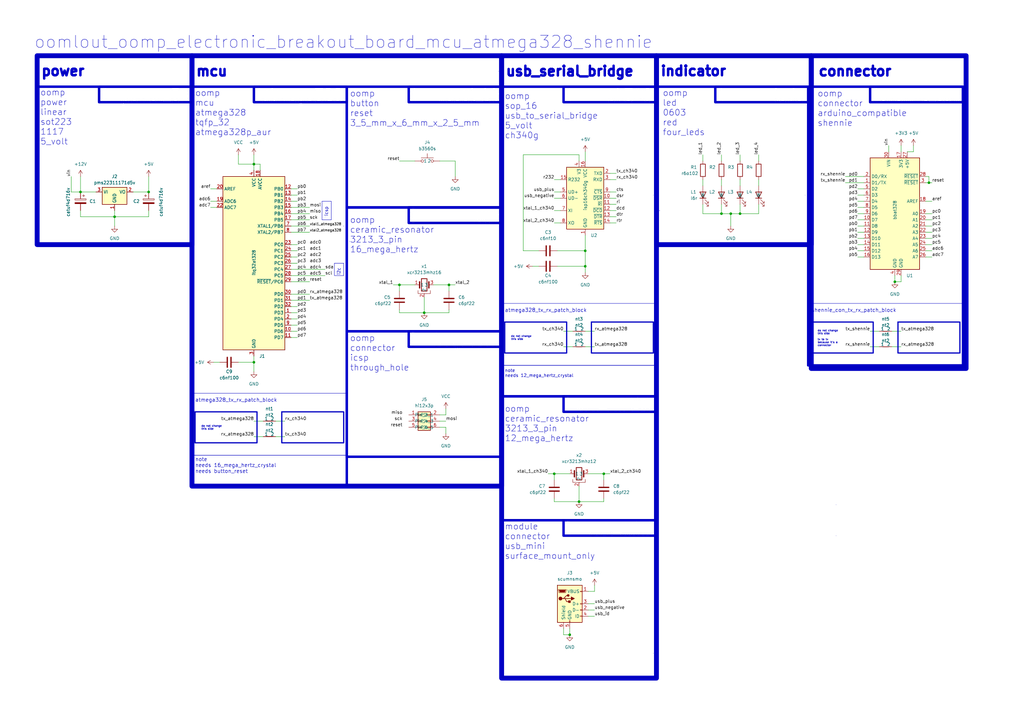
<source format=kicad_sch>
(kicad_sch (version 20230121) (generator eeschema)
  (paper "A3")
  (junction (at 60.96 78.74))
  (junction (at 173.99 128.27))
  (junction (at 104.14 148.59))
  (junction (at 381 74.93))
  (junction (at 46.99 88.9))
  (junction (at 295.91 87.63))
  (junction (at 237.49 205.74))
  (junction (at 33.02 78.74))
  (junction (at 227.33 194.31))
  (junction (at 367.03 115.57))
  (junction (at 104.14 67.31))
  (junction (at 247.65 194.31))
  (junction (at 163.83 116.84))
  (junction (at 233.68 260.35))
  (junction (at 303.53 87.63))
  (junction (at 240.03 109.22))
  (junction (at 240.03 102.87))
  (junction (at 299.72 87.63))
  (junction (at 184.15 116.84))
  (wire (pts (xy 303.53 63.5) (xy 303.53 66.04)))
  (wire (pts (xy 295.91 73.66) (xy 295.91 76.2)))
  (wire (pts (xy 374.65 59.69) (xy 374.65 62.23)))
  (wire (pts (xy 346.71 74.93) (xy 354.33 74.93)))
  (wire (pts (xy 163.83 128.27) (xy 173.99 128.27)))
  (wire (pts (xy 87.63 148.59) (xy 90.17 148.59)))
  (wire (pts (xy 364.49 59.69) (xy 364.49 62.23)))
  (wire (pts (xy 119.38 102.87) (xy 121.92 102.87)))
  (wire (pts (xy 119.38 95.25) (xy 127 95.25)))
  (wire (pts (xy 351.79 85.09) (xy 354.33 85.09)))
  (wire (pts (xy 29.21 78.74) (xy 33.02 78.74)))
  (wire (pts (xy 288.29 63.5) (xy 288.29 66.04)))
  (wire (pts (xy 250.19 78.74) (xy 252.73 78.74)))
  (wire (pts (xy 351.79 90.17) (xy 354.33 90.17)))
  (wire (pts (xy 243.84 240.03) (xy 243.84 242.57)))
  (wire (pts (xy 379.73 95.25) (xy 382.27 95.25)))
  (wire (pts (xy 119.38 90.17) (xy 127 90.17)))
  (wire (pts (xy 97.79 148.59) (xy 104.14 148.59)))
  (wire (pts (xy 161.29 116.84) (xy 163.83 116.84)))
  (wire (pts (xy 119.38 85.09) (xy 127 85.09)))
  (wire (pts (xy 369.57 115.57) (xy 369.57 113.03)))
  (wire (pts (xy 119.38 130.81) (xy 121.92 130.81)))
  (wire (pts (xy 233.68 257.81) (xy 233.68 260.35)))
  (wire (pts (xy 227.33 194.31) (xy 233.68 194.31)))
  (wire (pts (xy 119.38 115.57) (xy 127 115.57)))
  (wire (pts (xy 86.36 77.47) (xy 88.9 77.47)))
  (wire (pts (xy 218.44 109.22) (xy 220.98 109.22)))
  (wire (pts (xy 369.57 59.69) (xy 369.57 62.23)))
  (wire (pts (xy 237.49 199.39) (xy 237.49 205.74)))
  (wire (pts (xy 367.03 113.03) (xy 367.03 115.57)))
  (wire (pts (xy 241.3 194.31) (xy 247.65 194.31)))
  (wire (pts (xy 237.49 205.74) (xy 247.65 205.74)))
  (wire (pts (xy 180.34 175.26) (xy 182.88 175.26)))
  (wire (pts (xy 351.79 80.01) (xy 354.33 80.01)))
  (wire (pts (xy 379.73 87.63) (xy 382.27 87.63)))
  (wire (pts (xy 119.38 123.19) (xy 127 123.19)))
  (wire (pts (xy 184.15 128.27) (xy 184.15 127)))
  (wire (pts (xy 119.38 135.89) (xy 121.92 135.89)))
  (wire (pts (xy 303.53 83.82) (xy 303.53 87.63)))
  (wire (pts (xy 86.36 85.09) (xy 88.9 85.09)))
  (wire (pts (xy 60.96 78.74) (xy 54.61 78.74)))
  (wire (pts (xy 119.38 120.65) (xy 127 120.65)))
  (wire (pts (xy 231.14 260.35) (xy 233.68 260.35)))
  (wire (pts (xy 224.79 194.31) (xy 227.33 194.31)))
  (wire (pts (xy 311.15 63.5) (xy 311.15 66.04)))
  (wire (pts (xy 241.3 247.65) (xy 243.84 247.65)))
  (wire (pts (xy 214.63 63.5) (xy 214.63 102.87)))
  (wire (pts (xy 231.14 142.24) (xy 234.95 142.24)))
  (wire (pts (xy 295.91 83.82) (xy 295.91 87.63)))
  (wire (pts (xy 356.87 142.24) (xy 360.68 142.24)))
  (wire (pts (xy 295.91 63.5) (xy 295.91 66.04)))
  (wire (pts (xy 351.79 77.47) (xy 354.33 77.47)))
  (wire (pts (xy 119.38 128.27) (xy 121.92 128.27)))
  (wire (pts (xy 240.03 135.89) (xy 243.84 135.89)))
  (wire (pts (xy 173.99 121.92) (xy 173.99 128.27)))
  (wire (pts (xy 351.79 95.25) (xy 354.33 95.25)))
  (wire (pts (xy 379.73 90.17) (xy 382.27 90.17)))
  (wire (pts (xy 163.83 116.84) (xy 163.83 119.38)))
  (wire (pts (xy 177.8 116.84) (xy 184.15 116.84)))
  (wire (pts (xy 240.03 102.87) (xy 240.03 109.22)))
  (wire (pts (xy 311.15 73.66) (xy 311.15 76.2)))
  (wire (pts (xy 106.68 67.31) (xy 104.14 67.31)))
  (wire (pts (xy 186.69 72.39) (xy 186.69 66.04)))
  (wire (pts (xy 119.38 77.47) (xy 121.92 77.47)))
  (wire (pts (xy 119.38 80.01) (xy 121.92 80.01)))
  (wire (pts (xy 113.03 172.72) (xy 116.84 172.72)))
  (wire (pts (xy 97.79 63.5) (xy 97.79 67.31)))
  (wire (pts (xy 86.36 82.55) (xy 88.9 82.55)))
  (wire (pts (xy 33.02 88.9) (xy 33.02 86.36)))
  (wire (pts (xy 104.14 146.05) (xy 104.14 148.59)))
  (wire (pts (xy 295.91 87.63) (xy 299.72 87.63)))
  (wire (pts (xy 46.99 86.36) (xy 46.99 88.9)))
  (wire (pts (xy 247.65 194.31) (xy 250.19 194.31)))
  (wire (pts (xy 240.03 96.52) (xy 240.03 102.87)))
  (wire (pts (xy 227.33 205.74) (xy 237.49 205.74)))
  (wire (pts (xy 365.76 135.89) (xy 369.57 135.89)))
  (wire (pts (xy 119.38 105.41) (xy 121.92 105.41)))
  (wire (pts (xy 228.6 102.87) (xy 240.03 102.87)))
  (wire (pts (xy 250.19 73.66) (xy 252.73 73.66)))
  (wire (pts (xy 250.19 71.12) (xy 252.73 71.12)))
  (wire (pts (xy 97.79 67.31) (xy 104.14 67.31)))
  (wire (pts (xy 250.19 83.82) (xy 252.73 83.82)))
  (wire (pts (xy 351.79 100.33) (xy 354.33 100.33)))
  (wire (pts (xy 381 74.93) (xy 382.27 74.93)))
  (wire (pts (xy 119.38 113.03) (xy 133.35 113.03)))
  (wire (pts (xy 365.76 142.24) (xy 369.57 142.24)))
  (wire (pts (xy 227.33 78.74) (xy 229.87 78.74)))
  (wire (pts (xy 379.73 74.93) (xy 381 74.93)))
  (wire (pts (xy 227.33 91.44) (xy 229.87 91.44)))
  (wire (pts (xy 303.53 87.63) (xy 311.15 87.63)))
  (wire (pts (xy 106.68 69.85) (xy 106.68 67.31)))
  (wire (pts (xy 247.65 205.74) (xy 247.65 204.47)))
  (wire (pts (xy 250.19 86.36) (xy 252.73 86.36)))
  (wire (pts (xy 163.83 66.04) (xy 170.18 66.04)))
  (wire (pts (xy 104.14 148.59) (xy 104.14 152.4)))
  (wire (pts (xy 46.99 88.9) (xy 33.02 88.9)))
  (wire (pts (xy 299.72 87.63) (xy 299.72 92.71)))
  (wire (pts (xy 119.38 87.63) (xy 127 87.63)))
  (wire (pts (xy 288.29 73.66) (xy 288.29 76.2)))
  (wire (pts (xy 214.63 102.87) (xy 220.98 102.87)))
  (wire (pts (xy 60.96 86.36) (xy 60.96 88.9)))
  (wire (pts (xy 367.03 115.57) (xy 369.57 115.57)))
  (wire (pts (xy 241.3 250.19) (xy 243.84 250.19)))
  (wire (pts (xy 163.83 116.84) (xy 170.18 116.84)))
  (wire (pts (xy 241.3 252.73) (xy 243.84 252.73)))
  (wire (pts (xy 104.14 67.31) (xy 104.14 69.85)))
  (wire (pts (xy 381 72.39) (xy 381 74.93)))
  (wire (pts (xy 119.38 138.43) (xy 121.92 138.43)))
  (wire (pts (xy 247.65 194.31) (xy 247.65 196.85)))
  (wire (pts (xy 379.73 92.71) (xy 382.27 92.71)))
  (wire (pts (xy 379.73 100.33) (xy 382.27 100.33)))
  (wire (pts (xy 250.19 91.44) (xy 252.73 91.44)))
  (wire (pts (xy 119.38 133.35) (xy 121.92 133.35)))
  (wire (pts (xy 240.03 109.22) (xy 240.03 111.76)))
  (wire (pts (xy 46.99 88.9) (xy 60.96 88.9)))
  (wire (pts (xy 240.03 142.24) (xy 243.84 142.24)))
  (wire (pts (xy 351.79 105.41) (xy 354.33 105.41)))
  (wire (pts (xy 180.34 170.18) (xy 182.88 170.18)))
  (wire (pts (xy 351.79 92.71) (xy 354.33 92.71)))
  (wire (pts (xy 379.73 105.41) (xy 382.27 105.41)))
  (wire (pts (xy 288.29 83.82) (xy 288.29 87.63)))
  (wire (pts (xy 46.99 88.9) (xy 46.99 92.71)))
  (wire (pts (xy 113.03 179.07) (xy 116.84 179.07)))
  (wire (pts (xy 119.38 107.95) (xy 121.92 107.95)))
  (wire (pts (xy 250.19 88.9) (xy 252.73 88.9)))
  (wire (pts (xy 184.15 116.84) (xy 184.15 119.38)))
  (wire (pts (xy 351.79 82.55) (xy 354.33 82.55)))
  (wire (pts (xy 186.69 66.04) (xy 180.34 66.04)))
  (wire (pts (xy 227.33 73.66) (xy 229.87 73.66)))
  (wire (pts (xy 39.37 78.74) (xy 33.02 78.74)))
  (wire (pts (xy 231.14 257.81) (xy 231.14 260.35)))
  (wire (pts (xy 231.14 135.89) (xy 234.95 135.89)))
  (wire (pts (xy 228.6 109.22) (xy 240.03 109.22)))
  (wire (pts (xy 379.73 72.39) (xy 381 72.39)))
  (wire (pts (xy 356.87 135.89) (xy 360.68 135.89)))
  (wire (pts (xy 237.49 66.04) (xy 237.49 63.5)))
  (wire (pts (xy 237.49 63.5) (xy 214.63 63.5)))
  (wire (pts (xy 182.88 170.18) (xy 182.88 167.64)))
  (wire (pts (xy 182.88 175.26) (xy 182.88 177.8)))
  (wire (pts (xy 227.33 194.31) (xy 227.33 196.85)))
  (wire (pts (xy 311.15 87.63) (xy 311.15 83.82)))
  (wire (pts (xy 303.53 73.66) (xy 303.53 76.2)))
  (wire (pts (xy 351.79 87.63) (xy 354.33 87.63)))
  (wire (pts (xy 250.19 81.28) (xy 252.73 81.28)))
  (wire (pts (xy 227.33 204.47) (xy 227.33 205.74)))
  (wire (pts (xy 180.34 172.72) (xy 182.88 172.72)))
  (wire (pts (xy 299.72 87.63) (xy 303.53 87.63)))
  (wire (pts (xy 227.33 81.28) (xy 229.87 81.28)))
  (wire (pts (xy 351.79 102.87) (xy 354.33 102.87)))
  (wire (pts (xy 60.96 72.39) (xy 60.96 78.74)))
  (wire (pts (xy 346.71 72.39) (xy 354.33 72.39)))
  (wire (pts (xy 119.38 82.55) (xy 121.92 82.55)))
  (wire (pts (xy 374.65 62.23) (xy 372.11 62.23)))
  (wire (pts (xy 104.14 172.72) (xy 107.95 172.72)))
  (wire (pts (xy 119.38 100.33) (xy 121.92 100.33)))
  (wire (pts (xy 240.03 62.23) (xy 240.03 66.04)))
  (wire (pts (xy 288.29 87.63) (xy 295.91 87.63)))
  (wire (pts (xy 29.21 72.39) (xy 29.21 78.74)))
  (wire (pts (xy 184.15 116.84) (xy 186.69 116.84)))
  (wire (pts (xy 379.73 82.55) (xy 382.27 82.55)))
  (wire (pts (xy 119.38 125.73) (xy 121.92 125.73)))
  (wire (pts (xy 119.38 110.49) (xy 133.35 110.49)))
  (wire (pts (xy 379.73 102.87) (xy 382.27 102.87)))
  (wire (pts (xy 104.14 63.5) (xy 104.14 67.31)))
  (wire (pts (xy 119.38 92.71) (xy 127 92.71)))
  (wire (pts (xy 243.84 242.57) (xy 241.3 242.57)))
  (wire (pts (xy 33.02 78.74) (xy 33.02 72.39)))
  (wire (pts (xy 104.14 179.07) (xy 107.95 179.07)))
  (wire (pts (xy 173.99 128.27) (xy 184.15 128.27)))
  (wire (pts (xy 351.79 97.79) (xy 354.33 97.79)))
  (wire (pts (xy 379.73 97.79) (xy 382.27 97.79)))
  (wire (pts (xy 227.33 86.36) (xy 229.87 86.36)))
  (wire (pts (xy 163.83 127) (xy 163.83 128.27)))
  (rectangle (start 78.74 22.86) (end 205.74 199.39) (stroke (width 2)))
  (rectangle (start 133.35 88.9) (end 133.35 88.9))
  (rectangle (start 270.51 86.36) (end 270.51 86.36))
  (rectangle (start 104.14 35.56) (end 142.24 41.91) (stroke (width 1)) (fill (type color)))
  (rectangle (start 270.51 86.36) (end 270.51 86.36))
  (rectangle (start 231.14 162.56) (end 269.24 168.91) (stroke (width 1)) (fill (type color)))
  (rectangle (start 204.47 142.24) (end 204.47 142.24))
  (rectangle (start 142.24 135.89) (end 205.74 187.3362) (stroke (width 1)))
  (rectangle (start 137.16 107.95) (end 140.97 113.03))
  (rectangle (start 207.01 132.08) (end 232.41 144.78) (stroke (width 0.5)))
  (rectangle (start 270.51 86.36) (end 270.51 86.36))
  (rectangle (start 205.74 213.36) (end 269.24 278.13) (stroke (width 1)))
  (rectangle (start 231.14 213.36) (end 269.24 219.71) (stroke (width 1)) (fill (type color)))
  (rectangle (start 269.24 22.86) (end 332.74 100.33) (stroke (width 2)))
  (rectangle (start 356.87 35.56) (end 394.97 41.91) (stroke (width 1)) (fill (type color)))
  (rectangle (start 78.74 186.69) (end 142.24 199.39))
  (rectangle (start 205.74 35.56) (end 269.24 162.56) (stroke (width 1)))
  (rectangle (start 205.74 162.56) (end 269.24 213.36) (stroke (width 1)))
  (rectangle (start 342.9 207.01) (end 342.9 207.01))
  (rectangle (start 143.51 99.06) (end 143.51 99.06))
  (rectangle (start 15.24 22.86) (end 78.74 100.33) (stroke (width 2)))
  (rectangle (start 204.47 142.24) (end 204.47 142.24))
  (rectangle (start 269.24 35.56) (end 332.74 100.33) (stroke (width 1)))
  (rectangle (start 140.97 92.71) (end 140.97 92.71))
  (rectangle (start 205.74 22.86) (end 269.24 278.13) (stroke (width 2)))
  (rectangle (start 331.47 35.56) (end 394.97 149.86) (stroke (width 1)))
  (rectangle (start 132.08 82.55) (end 135.89 90.17))
  (rectangle (start 205.74 149.86) (end 269.24 162.56))
  (rectangle (start 267.97 267.97) (end 267.97 267.97))
  (rectangle (start 205.74 124.46) (end 269.24 149.86))
  (rectangle (start 167.64 85.09) (end 205.74 91.44) (stroke (width 1)) (fill (type color)))
  (rectangle (start 142.24 85.09) (end 205.74 135.89) (stroke (width 1)))
  (rectangle (start 143.51 99.06) (end 143.51 99.06))
  (rectangle (start 332.74 22.86) (end 396.24 151.13) (stroke (width 2)))
  (rectangle (start 242.57 132.08) (end 267.97 144.78) (stroke (width 0.5)))
  (rectangle (start 342.9 219.71) (end 342.9 219.71))
  (rectangle (start 167.64 35.56) (end 205.74 41.91) (stroke (width 1)) (fill (type color)))
  (rectangle (start 140.97 92.71) (end 140.97 92.71))
  (rectangle (start 142.24 35.56) (end 205.74 85.09) (stroke (width 1)))
  (rectangle (start 78.74 161.29) (end 142.24 186.69))
  (rectangle (start 15.24 35.56) (end 78.74 100.33) (stroke (width 1)))
  (rectangle (start 267.97 80.01) (end 267.97 80.01))
  (rectangle (start 267.97 219.71) (end 267.97 219.71))
  (rectangle (start 368.3 132.08) (end 393.7 144.78) (stroke (width 0.5)))
  (rectangle (start 332.74 132.08) (end 358.14 144.78) (stroke (width 0.5)))
  (rectangle (start 167.64 135.89) (end 205.74 142.24) (stroke (width 1)) (fill (type color)))
  (rectangle (start 123.19 199.39) (end 123.19 199.39))
  (rectangle (start 78.74 35.56) (end 142.24 199.39) (stroke (width 1)))
  (rectangle (start 331.47 124.46) (end 394.97 149.86))
  (rectangle (start 80.01 168.91) (end 105.41 181.61) (stroke (width 0.5)))
  (rectangle (start 293.37 35.56) (end 331.47 41.91) (stroke (width 1)) (fill (type color)))
  (rectangle (start 330.2 80.01) (end 330.2 80.01))
  (rectangle (start 115.57 168.91) (end 140.97 181.61) (stroke (width 0.5)))
  (rectangle (start 204.47 29.21) (end 204.47 29.21))
  (rectangle (start 40.64 35.56) (end 78.74 41.91) (stroke (width 1)) (fill (type color)))
  (rectangle (start 231.14 35.56) (end 269.24 41.91) (stroke (width 1)) (fill (type color)))
  (text "atmega328_tx_rx_patch_block" (at 80.01 165.1 0) (effects (font (size 1.5 1.5)) (justify left bottom)))
  (text "note\nneeds 12_mega_hertz_crystal\n" (at 207.01 154.94 0) (effects (font (size 1.27 1.27)) (justify left bottom)))
  (text "shennie_con_tx_rx_patch_block" (at 332.74 128.27 0) (effects (font (size 1.5 1.5)) (justify left bottom)))
  (text "oomp\npower\nlinear\nsot223\n1117\n5_volt" (at 16.51 59.69 0) (effects (font (size 2.5 2.5)) (justify left bottom)))
  (text "name" (at 359.41 41.91 90) (effects (font (size 1.27 1.27) (thickness 0.254) bold) (justify left bottom)))
  (text "xcr_ch340" (at 267.97 168.91 0) (effects (font (size 4 4) (thickness 0.8) bold) (justify right bottom)))
  (text "oomp\nsop_16\nusb_to_serial_bridge\n5_volt\nch340g" (at 207.01 57.15 0) (effects (font (size 2.5 2.5)) (justify left bottom)))
  (text "name" (at 170.18 91.44 90) (effects (font (size 1.27 1.27) (thickness 0.254) bold) (justify left bottom)))
  (text "note\nneeds 16_mega_hertz_crystal\nneeds button_reset\n" (at 80.01 194.31 0) (effects (font (size 1.5 1.5)) (justify left bottom)))
  (text "do not change\nthis side\n\ntx to tx\nbecause it's a\nconnector\n" (at 335.28 142.24 0) (effects (font (size 0.75 0.75)) (justify left bottom)))
  (text "oomp\nmcu\natmega328\ntqfp_32\natmega328p_aur" (at 80.01 55.88 0) (effects (font (size 2.5 2.5)) (justify left bottom)))
  (text "indicator\n\n" (at 270.51 38.1 0) (effects (font (size 4 4) (thickness 1.4) bold) (justify left bottom)))
  (text "oomp\nbutton\nreset\n3_5_mm_x_6_mm_x_2_5_mm\n" (at 143.51 52.07 0) (effects (font (size 2.5 2.5)) (justify left bottom)))
  (text "oomp\nconnector\narduino_compatible\nshennie" (at 335.28 52.07 0) (effects (font (size 2.5 2.5)) (justify left bottom)))
  (text "icsp\n" (at 134.62 88.9 90) (effects (font (size 1.27 1.27)) (justify left bottom)))
  (text "name" (at 170.18 41.91 90) (effects (font (size 1.27 1.27) (thickness 0.254) bold) (justify left bottom)))
  (text "name" (at 233.68 41.91 90) (effects (font (size 1.27 1.27) (thickness 0.254) bold) (justify left bottom)))
  (text "atmega328_tx_rx_patch_block" (at 207.01 128.27 0) (effects (font (size 1.5 1.5)) (justify left bottom)))
  (text "leds" (at 330.2 41.91 0) (effects (font (size 4 4) (thickness 0.8) bold) (justify right bottom)))
  (text "name" (at 233.68 168.91 90) (effects (font (size 1.27 1.27) (thickness 0.254) bold) (justify left bottom)))
  (text "oomp\nceramic_resonator\n3213_3_pin\n16_mega_hertz\n\n" (at 143.51 107.95 0) (effects (font (size 2.5 2.5)) (justify left bottom)))
  (text "usb_mini\n" (at 267.97 219.71 0) (effects (font (size 4 4) (thickness 0.8) bold) (justify right bottom)))
  (text "xcr" (at 204.47 91.44 0) (effects (font (size 4 4) (thickness 0.8) bold) (justify right bottom)))
  (text "name" (at 43.18 41.91 90) (effects (font (size 1.27 1.27) (thickness 0.254) bold) (justify left bottom)))
  (text "name" (at 170.18 142.24 90) (effects (font (size 1.27 1.27) (thickness 0.254) bold) (justify left bottom)))
  (text "connector\n" (at 335.28 31.75 0) (effects (font (size 4 4) (thickness 1.4) bold) (justify left bottom)))
  (text "i2c\n" (at 139.7 113.03 90) (effects (font (size 1.27 1.27)) (justify left bottom)))
  (text "do not change\nthis side" (at 209.55 139.7 0) (effects (font (size 0.75 0.75)) (justify left bottom)))
  (text "atmega328" (at 140.97 41.91 0) (effects (font (size 4 4) (thickness 0.8) bold) (justify right bottom)))
  (text "icsp_con" (at 204.47 142.24 0) (effects (font (size 4 4) (thickness 0.8) bold) (justify right bottom)))
  (text "ch340" (at 267.97 41.91 0) (effects (font (size 4 4) (thickness 0.8) bold) (justify right bottom)))
  (text "usb_serial_bridge\n" (at 207.01 31.75 0) (effects (font (size 4 4) (thickness 1.4) bold) (justify left bottom)))
  (text "oomp\nled\n0603\nred\nfour_leds\n" (at 271.78 55.88 0) (effects (font (size 2.5 2.5)) (justify left bottom)))
  (text "oomlout_oomp_electronic_breakout_board_mcu_atmega328_shennie" (at 13.97 20.32 0) (effects (font (size 5 5)) (justify left bottom)))
  (text "mcu" (at 80.01 31.75 0) (effects (font (size 4 4) (thickness 1.4) bold) (justify left bottom)))
  (text "name" (at 106.68 41.91 90) (effects (font (size 1.27 1.27) (thickness 0.254) bold) (justify left bottom)))
  (text "name" (at 295.91 41.91 90) (effects (font (size 1.27 1.27) (thickness 0.254) bold) (justify left bottom)))
  (text "reset_bt\n" (at 204.47 41.91 0) (effects (font (size 4 4) (thickness 0.8) bold) (justify right bottom)))
  (text "power_5v\n" (at 77.47 41.91 0) (effects (font (size 4 4) (thickness 0.8) bold) (justify right bottom)))
  (text "name" (at 233.68 219.71 90) (effects (font (size 1.27 1.27) (thickness 0.254) bold) (justify left bottom)))
  (text "module\nconnector\nusb_mini\nsurface_mount_only\n\n" (at 207.01 233.68 0) (effects (font (size 2.5 2.5)) (justify left bottom)))
  (text "shennie_con" (at 393.7 41.91 0) (effects (font (size 3.5 3.5) (thickness 0.8) bold) (justify right bottom)))
  (text "power\n\n" (at 16.51 38.1 0) (effects (font (size 4 4) (thickness 1.4) bold) (justify left bottom)))
  (text "oomp\nconnector\nicsp\nthrough_hole\n" (at 143.51 152.4 0) (effects (font (size 2.5 2.5)) (justify left bottom)))
  (text "oomp\nceramic_resonator\n3213_3_pin\n12_mega_hertz\n\n" (at 207.01 185.42 0) (effects (font (size 2.5 2.5)) (justify left bottom)))
  (text "do not change\nthis side" (at 82.55 176.53 0) (effects (font (size 0.75 0.75)) (justify left bottom)))
  (label "tx_atmega328" (at 369.57 135.89 0))
  (label "tx_shennie" (at 356.87 135.89 180))
  (label "tx_ch340" (at 116.84 179.07 0))
  (label "adc3" (at 127 107.95 0))
  (label "dcd" (at 252.73 86.36 0))
  (label "usb_plus" (at 227.33 78.74 180))
  (label "dsr" (at 252.73 81.28 0))
  (label "pb2" (at 351.79 97.79 180))
  (label "adc1" (at 127 102.87 0))
  (label "rtr" (at 252.73 91.44 0))
  (label "xtal_2_ch340" (at 227.33 91.44 180))
  (label "pd4" (at 121.92 130.81 0))
  (label "pb0" (at 351.79 92.71 180))
  (label "xtal_1" (at 161.29 116.84 180))
  (label "pb1" (at 121.92 80.01 0))
  (label "reset" (at 127 115.57 0))
  (label "pb3" (at 351.79 100.33 180))
  (label "pd6" (at 121.92 135.89 0))
  (label "rx_ch340" (at 116.84 172.72 0))
  (label "rx_ch340" (at 252.73 73.66 0))
  (label "pd2" (at 121.92 125.73 0))
  (label "mosi" (at 182.88 172.72 0))
  (label "rx_atmega328" (at 369.57 142.24 0))
  (label "sck" (at 127 90.17 0))
  (label "scl" (at 133.35 113.03 0))
  (label "pb4" (at 121.92 87.63 0))
  (label "reset" (at 165.1 175.26 180))
  (label "pb5" (at 351.79 105.41 180))
  (label "rx_atmega328" (at 127 120.65 0))
  (label "pd3" (at 121.92 128.27 0))
  (label "adc4" (at 127 110.49 0))
  (label "pd7" (at 121.92 138.43 0))
  (label "r232" (at 227.33 73.66 180))
  (label "pc5" (at 382.27 100.33 0))
  (label "tx_atmega328" (at 104.14 172.72 180))
  (label "xtal_1_ch340" (at 224.79 194.31 180))
  (label "dtr" (at 252.73 88.9 0))
  (label "tx_ch340" (at 231.14 135.89 180))
  (label "pc6" (at 121.92 115.57 0))
  (label "pd5" (at 351.79 85.09 180))
  (label "adc0" (at 127 100.33 0))
  (label "vin" (at 364.49 59.69 90))
  (label "pc4" (at 382.27 97.79 0))
  (label "adc2" (at 127 105.41 0))
  (label "pd7" (at 351.79 90.17 180))
  (label "cts" (at 252.73 78.74 0))
  (label "reset" (at 382.27 74.93 0))
  (label "pd1" (at 121.92 123.19 0))
  (label "xtal_1_ch340" (at 227.33 86.36 180))
  (label "miso" (at 165.1 170.18 180))
  (label "adc5" (at 127 113.03 0))
  (label "usb_negative" (at 227.33 81.28 180))
  (label "pb0" (at 121.92 77.47 0))
  (label "xtal_2_ch340" (at 250.19 194.31 0))
  (label "usb_id" (at 243.84 252.73 0))
  (label "pc0" (at 382.27 87.63 0))
  (label "rx_atmega328" (at 243.84 135.89 0))
  (label "tx_atmega328" (at 127 123.19 0))
  (label "pb6" (at 121.92 92.71 0))
  (label "rx_ch340" (at 231.14 142.24 180))
  (label "led_3" (at 303.53 63.5 90))
  (label "aref" (at 382.27 82.55 0))
  (label "ri" (at 252.73 83.82 0))
  (label "pd5" (at 121.92 133.35 0))
  (label "tx_ch340" (at 252.73 71.12 0))
  (label "led_2" (at 295.91 63.5 90))
  (label "mosi" (at 127 85.09 0))
  (label "reset" (at 163.83 66.04 180))
  (label "sda" (at 133.35 110.49 0))
  (label "xtal_2" (at 186.69 116.84 0))
  (label "pd1" (at 351.79 74.93 180))
  (label "tx_atmega328" (at 243.84 142.24 0))
  (label "pb1" (at 351.79 95.25 180))
  (label "vin" (at 29.21 72.39 90))
  (label "usb_plus" (at 243.84 247.65 0))
  (label "pd0" (at 351.79 72.39 180))
  (label "rx_atmega328" (at 104.14 179.07 180))
  (label "pc3" (at 121.92 107.95 0))
  (label "pc1" (at 382.27 90.17 0))
  (label "adc7" (at 86.36 85.09 180))
  (label "pc5" (at 121.92 113.03 0))
  (label "tx_shennie" (at 346.71 74.93 180))
  (label "pc0" (at 121.92 100.33 0))
  (label "pc3" (at 382.27 95.25 0))
  (label "pc1" (at 121.92 102.87 0))
  (label "pb4" (at 351.79 102.87 180))
  (label "miso" (at 127 87.63 0))
  (label "adc6" (at 382.27 102.87 0))
  (label "pc2" (at 382.27 92.71 0))
  (label "pd6" (at 351.79 87.63 180))
  (label "pc2" (at 121.92 105.41 0))
  (label "pd3" (at 351.79 80.01 180))
  (label "led_4" (at 311.15 63.5 90))
  (label "led_1" (at 288.29 63.5 90))
  (label "pb2" (at 121.92 82.55 0))
  (label "usb_negative" (at 243.84 250.19 0))
  (label "xtal1_atmega328" (at 127 92.71 0) (effects (font (size 1 1))))
  (label "pb3" (at 121.92 85.09 0))
  (label "sck" (at 165.1 172.72 180))
  (label "pc4" (at 121.92 110.49 0))
  (label "pd0" (at 121.92 120.65 0))
  (label "rx_shennie" (at 356.87 142.24 180))
  (label "pb5" (at 121.92 90.17 0))
  (label "pd4" (at 351.79 82.55 180))
  (label "pb7" (at 121.92 95.25 0))
  (label "adc7" (at 382.27 105.41 0))
  (label "adc6" (at 86.36 82.55 180))
  (label "pd2" (at 351.79 77.47 180))
  (label "aref" (at 86.36 77.47 180))
  (label "xtal2_atmega328" (at 127 95.25 0) (effects (font (size 1 1))))
  (label "rx_shennie" (at 346.71 72.39 180))
  (symbol (lib_id "oomlout_oomp_part_symbols:hi12x3p_electronic_header_2d54_mm_dual_row_2x3_dual_row_6_pin") (at 172.72 172.72 0) (unit 1)
    (property "Reference" "J5" (at 173.99 163.83 0))
    (property "Value" "hi12x3p" (at 173.99 166.37 0))
    (property "Footprint" "oomlout_oomp_part_footprints:hi12x3p_electronic_header_2d54_mm_dual_row_2x3_dual_row_6_pin" (effects hide))
    (property "Datasheet" "https://github.com/oomlout/oomlout_oomp_v3/parts/electronic_header_2d54_mm_dual_row_2x3_dual_row_6_pin/datasheet.pdf" (effects hide))
  )
  (symbol (lib_id "oomlout_oomp_part_symbols:nt2_electronic_nettie_2_nets_smd") (at 363.22 142.24 0) (unit 1) (in_bom no)
    (property "Reference" "nt6" (at 363.22 137.16 0))
    (property "Value" "nt2" (at 363.22 139.7 0))
    (property "Footprint" "oomlout_oomp_part_footprints:nt2_electronic_nettie_2_nets_smd" (effects hide))
    (property "Datasheet" "https://github.com/oomlout/oomlout_oomp_v3/parts/electronic_nettie_2_nets_smd/datasheet.pdf" (effects hide))
  )
  (symbol (lib_id "oomlout_oomp_part_symbols:l6r_electronic_led_0603_red") (at 311.15 80.01 90) (unit 1)
    (property "Reference" "L4" (at 306.07 78.74 90) (effects (justify right)))
    (property "Value" "l6r" (effects hide))
    (property "Footprint" "oomlout_oomp_part_footprints:l6r_electronic_led_0603_red" (effects hide))
    (property "Datasheet" "https://github.com/oomlout/oomlout_oomp_v3/parts/electronic_led_0603_red/datasheet.pdf" (effects hide))
  )
  (symbol (lib_id "oomlout_oomp_part_symbols:l6r_electronic_led_0603_red") (at 288.29 80.01 90) (unit 1)
    (property "Reference" "L1" (at 283.21 78.74 90) (effects (justify right)))
    (property "Value" "l6r" (at 283.21 81.28 90) (effects (justify right)))
    (property "Footprint" "oomlout_oomp_part_footprints:l6r_electronic_led_0603_red" (effects hide))
    (property "Datasheet" "https://github.com/oomlout/oomlout_oomp_v3/parts/electronic_led_0603_red/datasheet.pdf" (effects hide))
  )
  (symbol (lib_id "power:GND") (at 233.68 260.35 0) (unit 1)
    (property "Reference" "#PWR012" (effects hide))
    (property "Value" "GND" (at 233.68 265.43 0))
  )
  (symbol (lib_id "oomlout_oomp_part_symbols:bbat328_electronic_breakout_board_mcu_atmega328_shennie") (at 367.03 87.63 0) (unit 1)
    (property "Reference" "U1" (at 371.7641 113.03 0) (effects (justify left)))
    (property "Value" "bbat328" (at 367.03 90.17 90) (effects (justify left)))
    (property "Footprint" "oomlout_oomp_part_footprints:bbat328_electronic_breakout_board_mcu_atmega328_shennie" (effects hide))
    (property "Datasheet" "https://github.com/oomlout/oomlout_oomp_v3/parts/electronic_breakout_board_mcu_atmega328_shennie/datasheet.pdf" (effects hide))
  )
  (symbol (lib_id "oomlout_oomp_part_symbols:b3560s_electronic_button_3_5_mm_x_6_mm_x_2_5_mm_surface_mount") (at 175.26 66.04 0) (unit 1)
    (property "Reference" "J4" (at 175.26 58.42 0))
    (property "Value" "b3560s" (at 175.26 60.96 0))
    (property "Footprint" "oomlout_oomp_part_footprints:b3560s_electronic_button_3_5_mm_x_6_mm_x_2_5_mm_surface_mount" (effects hide))
    (property "Datasheet" "https://github.com/oomlout/oomlout_oomp_v3/parts/electronic_button_3_5_mm_x_6_mm_x_2_5_mm_surface_mount/datasheet.pdf" (effects hide))
  )
  (symbol (lib_id "oomlout_oomp_part_symbols:c6pf22_electronic_capacitor_0603_22_pico_farad") (at 163.83 123.19 0) (unit 1)
    (property "Reference" "C5" (at 157.48 121.92 0) (effects (justify left)))
    (property "Value" "c6pf22" (at 153.67 124.46 0) (effects (justify left)))
    (property "Footprint" "oomlout_oomp_part_footprints:c6pf22_electronic_capacitor_0603_22_pico_farad" (effects hide))
    (property "Datasheet" "https://github.com/oomlout/oomlout_oomp_v3/parts/electronic_capacitor_0603_22_pico_farad/datasheet.pdf" (effects hide))
  )
  (symbol (lib_id "oomlout_oomp_part_symbols:catuf4d716v_electronic_capacitor_3216_avx_a_tantalum_4_7_micro_farad_16_volt") (at 33.02 82.55 0) (mirror y) (unit 1)
    (property "Reference" "C1" (at 39.37 82.55 0) (effects (justify left)))
    (property "Value" "catuf4d716v" (at 27.94 88.9 90) (effects (justify left)))
    (property "Footprint" "oomlout_oomp_part_footprints:catuf4d716v_electronic_capacitor_3216_avx_a_tantalum_4_7_micro_farad_16_volt" (effects hide))
    (property "Datasheet" "https://github.com/oomlout/oomlout_oomp_v3/parts/electronic_capacitor_3216_avx_a_tantalum_4_7_micro_farad_16_volt/datasheet.pdf" (effects hide))
  )
  (symbol (lib_id "power:+5V") (at 374.65 59.69 0) (unit 1)
    (property "Reference" "#PWR08" (effects hide))
    (property "Value" "+5V" (at 374.65 54.61 0))
  )
  (symbol (lib_id "oomlout_oomp_part_symbols:nt2_electronic_nettie_2_nets_smd") (at 363.22 135.89 0) (unit 1) (in_bom no)
    (property "Reference" "nt5" (at 363.22 130.81 0))
    (property "Value" "nt2" (at 363.22 133.35 0))
    (property "Footprint" "oomlout_oomp_part_footprints:nt2_electronic_nettie_2_nets_smd" (effects hide))
    (property "Datasheet" "https://github.com/oomlout/oomlout_oomp_v3/parts/electronic_nettie_2_nets_smd/datasheet.pdf" (effects hide))
  )
  (symbol (lib_id "oomlout_oomp_part_symbols:r6o102_electronic_resistor_0603_1000_ohm") (at 303.53 69.85 180) (unit 1)
    (property "Reference" "R3" (at 298.45 68.58 0) (effects (justify right)))
    (property "Value" "r6o102" (effects hide))
    (property "Footprint" "oomlout_oomp_part_footprints:r6o102_electronic_resistor_0603_1000_ohm" (effects hide))
    (property "Datasheet" "https://github.com/oomlout/oomlout_oomp_v3/parts/electronic_resistor_0603_1000_ohm/datasheet.pdf" (effects hide))
  )
  (symbol (lib_id "power:GND") (at 46.99 92.71 0) (unit 1)
    (property "Reference" "#PWR04" (effects hide))
    (property "Value" "GND" (at 46.99 97.79 0))
  )
  (symbol (lib_id "oomlout_oomp_part_symbols:c6pf22_electronic_capacitor_0603_22_pico_farad") (at 227.33 200.66 0) (unit 1)
    (property "Reference" "C7" (at 220.98 199.39 0) (effects (justify left)))
    (property "Value" "c6pf22" (at 217.17 201.93 0) (effects (justify left)))
    (property "Footprint" "oomlout_oomp_part_footprints:c6pf22_electronic_capacitor_0603_22_pico_farad" (effects hide))
    (property "Datasheet" "https://github.com/oomlout/oomlout_oomp_v3/parts/electronic_capacitor_0603_22_pico_farad/datasheet.pdf" (effects hide))
  )
  (symbol (lib_id "power:GND") (at 173.99 128.27 0) (unit 1)
    (property "Reference" "#PWR09" (effects hide))
    (property "Value" "GND" (at 173.99 133.35 0))
  )
  (symbol (lib_id "oomlout_oomp_part_symbols:xcr3213mhz12_electronic_ceramic_resonator_3213_3_pin_ground_pin_2_12_mega_hertz") (at 237.49 194.31 0) (unit 1)
    (property "Reference" "x2" (at 237.49 186.69 0))
    (property "Value" "xcr3213mhz12" (at 237.49 189.23 0))
    (property "Footprint" "oomlout_oomp_part_footprints:xcr3213mhz12_electronic_ceramic_resonator_3213_3_pin_ground_pin_2_12_mega_hertz" (effects hide))
    (property "Datasheet" "https://github.com/oomlout/oomlout_oomp_v3/parts/electronic_ceramic_resonator_3213_3_pin_ground_pin_2_12_mega_hertz/datasheet.pdf" (effects hide))
  )
  (symbol (lib_id "oomlout_oomp_part_symbols:nt2_electronic_nettie_2_nets_smd") (at 237.49 142.24 0) (unit 1) (in_bom no)
    (property "Reference" "nt4" (at 237.49 137.16 0))
    (property "Value" "nt2" (at 237.49 139.7 0))
    (property "Footprint" "oomlout_oomp_part_footprints:nt2_electronic_nettie_2_nets_smd" (effects hide))
    (property "Datasheet" "https://github.com/oomlout/oomlout_oomp_v3/parts/electronic_nettie_2_nets_smd/datasheet.pdf" (effects hide))
  )
  (symbol (lib_id "power:+3V3") (at 369.57 59.69 0) (unit 1)
    (property "Reference" "#PWR07" (effects hide))
    (property "Value" "+3V3" (at 369.57 54.61 0))
  )
  (symbol (lib_id "oomlout_oomp_part_symbols:catuf4d716v_electronic_capacitor_3216_avx_a_tantalum_4_7_micro_farad_16_volt") (at 60.96 82.55 0) (unit 1)
    (property "Reference" "C2" (at 54.61 82.55 0) (effects (justify left)))
    (property "Value" "catuf4d716v" (at 66.04 88.9 90) (effects (justify left)))
    (property "Footprint" "oomlout_oomp_part_footprints:catuf4d716v_electronic_capacitor_3216_avx_a_tantalum_4_7_micro_farad_16_volt" (effects hide))
    (property "Datasheet" "https://github.com/oomlout/oomlout_oomp_v3/parts/electronic_capacitor_3216_avx_a_tantalum_4_7_micro_farad_16_volt/datasheet.pdf" (effects hide))
  )
  (symbol (lib_id "power:+5V") (at 60.96 72.39 0) (unit 1)
    (property "Reference" "#PWR05" (effects hide))
    (property "Value" "+5V" (at 60.96 67.31 0))
  )
  (symbol (lib_id "oomlout_oomp_part_symbols:c6nf100_electronic_capacitor_0603_100_nano_farad") (at 224.79 109.22 90) (unit 1)
    (property "Reference" "C4" (at 224.79 113.03 90))
    (property "Value" "c6nf100" (at 224.79 115.57 90))
    (property "Footprint" "oomlout_oomp_part_footprints:c6nf100_electronic_capacitor_0603_100_nano_farad" (effects hide))
    (property "Datasheet" "https://github.com/oomlout/oomlout_oomp_v3/parts/electronic_capacitor_0603_100_nano_farad/datasheet.pdf" (effects hide))
  )
  (symbol (lib_id "power:GND") (at 104.14 152.4 0) (unit 1)
    (property "Reference" "#PWR017" (effects hide))
    (property "Value" "GND" (at 104.14 157.48 0))
  )
  (symbol (lib_id "oomlout_oomp_part_symbols:r6o102_electronic_resistor_0603_1000_ohm") (at 288.29 69.85 180) (unit 1)
    (property "Reference" "R1" (at 283.21 68.58 0) (effects (justify right)))
    (property "Value" "r6o102" (at 279.4 71.12 0) (effects (justify right)))
    (property "Footprint" "oomlout_oomp_part_footprints:r6o102_electronic_resistor_0603_1000_ohm" (effects hide))
    (property "Datasheet" "https://github.com/oomlout/oomlout_oomp_v3/parts/electronic_resistor_0603_1000_ohm/datasheet.pdf" (effects hide))
  )
  (symbol (lib_id "power:+5V") (at 243.84 240.03 0) (unit 1)
    (property "Reference" "#PWR013" (effects hide))
    (property "Value" "+5V" (at 243.84 234.95 0))
  )
  (symbol (lib_id "oomlout_oomp_part_symbols:c6pf22_electronic_capacitor_0603_22_pico_farad") (at 184.15 123.19 0) (unit 1)
    (property "Reference" "C6" (at 187.96 121.92 0) (effects (justify left)))
    (property "Value" "c6pf22" (at 187.96 124.46 0) (effects (justify left)))
    (property "Footprint" "oomlout_oomp_part_footprints:c6pf22_electronic_capacitor_0603_22_pico_farad" (effects hide))
    (property "Datasheet" "https://github.com/oomlout/oomlout_oomp_v3/parts/electronic_capacitor_0603_22_pico_farad/datasheet.pdf" (effects hide))
  )
  (symbol (lib_id "oomlout_oomp_part_symbols:l6r_electronic_led_0603_red") (at 295.91 80.01 90) (unit 1)
    (property "Reference" "L2" (at 290.83 78.74 90) (effects (justify right)))
    (property "Value" "l6r" (effects hide))
    (property "Footprint" "oomlout_oomp_part_footprints:l6r_electronic_led_0603_red" (effects hide))
    (property "Datasheet" "https://github.com/oomlout/oomlout_oomp_v3/parts/electronic_led_0603_red/datasheet.pdf" (effects hide))
  )
  (symbol (lib_id "oomlout_oomp_part_symbols:c6pf22_electronic_capacitor_0603_22_pico_farad") (at 247.65 200.66 0) (unit 1)
    (property "Reference" "C8" (at 251.46 199.39 0) (effects (justify left)))
    (property "Value" "c6pf22" (at 251.46 201.93 0) (effects (justify left)))
    (property "Footprint" "oomlout_oomp_part_footprints:c6pf22_electronic_capacitor_0603_22_pico_farad" (effects hide))
    (property "Datasheet" "https://github.com/oomlout/oomlout_oomp_v3/parts/electronic_capacitor_0603_22_pico_farad/datasheet.pdf" (effects hide))
  )
  (symbol (lib_id "oomlout_oomp_part_symbols:nt2_electronic_nettie_2_nets_smd") (at 110.49 179.07 0) (unit 1) (in_bom no)
    (property "Reference" "nt2" (at 110.49 173.99 0))
    (property "Value" "nt2" (at 110.49 176.53 0))
    (property "Footprint" "oomlout_oomp_part_footprints:nt2_electronic_nettie_2_nets_smd" (effects hide))
    (property "Datasheet" "https://github.com/oomlout/oomlout_oomp_v3/parts/electronic_nettie_2_nets_smd/datasheet.pdf" (effects hide))
  )
  (symbol (lib_id "power:GND") (at 367.03 115.57 0) (unit 1)
    (property "Reference" "#PWR06" (effects hide))
    (property "Value" "GND" (at 367.03 120.65 0))
  )
  (symbol (lib_id "oomlout_oomp_part_symbols:itq32at328_electronic_ic_tqfp_32_mcu_atmega328_microchip_atmega328p_aur") (at 104.14 107.95 0) (unit 1)
    (property "Reference" "J1" (at 106.3341 146.05 0) (effects (justify left)))
    (property "Value" "itq32at328" (at 104.14 113.03 90) (effects (justify left)))
    (property "Footprint" "oomlout_oomp_part_footprints:itq32at328_electronic_ic_tqfp_32_mcu_atmega328_microchip_atmega328p_aur" (effects hide))
    (property "Datasheet" "https://github.com/oomlout/oomlout_oomp_v3/parts/electronic_ic_tqfp_32_mcu_atmega328_microchip_atmega328p_aur/datasheet.pdf" (effects hide))
  )
  (symbol (lib_id "power:VCC") (at 182.88 167.64 0) (unit 1)
    (property "Reference" "#PWR020" (effects hide))
    (property "Value" "VCC" (at 182.88 162.56 0))
  )
  (symbol (lib_id "power:GND") (at 186.69 72.39 0) (unit 1)
    (property "Reference" "#PWR010" (effects hide))
    (property "Value" "GND" (at 186.69 77.47 0))
  )
  (symbol (lib_id "power:GND") (at 237.49 205.74 0) (unit 1)
    (property "Reference" "#PWR018" (effects hide))
    (property "Value" "GND" (at 237.49 210.82 0))
  )
  (symbol (lib_id "power:GND") (at 182.88 177.8 0) (unit 1)
    (property "Reference" "#PWR021" (effects hide))
    (property "Value" "GND" (at 182.88 182.88 0))
  )
  (symbol (lib_id "power:+5V") (at 240.03 62.23 0) (unit 1)
    (property "Reference" "#PWR015" (effects hide))
    (property "Value" "+5V" (at 240.03 57.15 0))
  )
  (symbol (lib_id "oomlout_oomp_part_symbols:c6nf10_electronic_capacitor_0603_10_nano_farad") (at 224.79 102.87 90) (unit 1)
    (property "Reference" "C3" (at 224.79 95.25 90))
    (property "Value" "c6nf10" (at 224.79 97.79 90))
    (property "Footprint" "oomlout_oomp_part_footprints:c6nf10_electronic_capacitor_0603_10_nano_farad" (effects hide))
    (property "Datasheet" "https://github.com/oomlout/oomlout_oomp_v3/parts/electronic_capacitor_0603_10_nano_farad/datasheet.pdf" (effects hide))
  )
  (symbol (lib_id "oomlout_oomp_part_symbols:nt2_electronic_nettie_2_nets_smd") (at 110.49 172.72 0) (unit 1) (in_bom no)
    (property "Reference" "nt1" (at 110.49 167.64 0))
    (property "Value" "nt2" (at 110.49 170.18 0))
    (property "Footprint" "oomlout_oomp_part_footprints:nt2_electronic_nettie_2_nets_smd" (effects hide))
    (property "Datasheet" "https://github.com/oomlout/oomlout_oomp_v3/parts/electronic_nettie_2_nets_smd/datasheet.pdf" (effects hide))
  )
  (symbol (lib_id "oomlout_oomp_part_symbols:pms22311171d5v_electronic_pmic_sot_223_linear_1117_1_5_volt") (at 46.99 78.74 0) (unit 1)
    (property "Reference" "J2" (at 46.99 72.39 0))
    (property "Value" "pms22311171d5v" (at 46.99 74.93 0))
    (property "Footprint" "oomlout_oomp_part_footprints:pms22311171d5v_electronic_pmic_sot_223_linear_1117_1_5_volt" (effects hide))
    (property "Datasheet" "https://github.com/oomlout/oomlout_oomp_v3/parts/electronic_pmic_sot_223_linear_1117_1_5_volt/datasheet.pdf" (effects hide))
  )
  (symbol (lib_id "oomlout_oomp_part_symbols:r6o102_electronic_resistor_0603_1000_ohm") (at 311.15 69.85 180) (unit 1)
    (property "Reference" "R4" (at 306.07 68.58 0) (effects (justify right)))
    (property "Value" "r6o102" (effects hide))
    (property "Footprint" "oomlout_oomp_part_footprints:r6o102_electronic_resistor_0603_1000_ohm" (effects hide))
    (property "Datasheet" "https://github.com/oomlout/oomlout_oomp_v3/parts/electronic_resistor_0603_1000_ohm/datasheet.pdf" (effects hide))
  )
  (symbol (lib_id "oomlout_oomp_part_symbols:c6nf100_electronic_capacitor_0603_100_nano_farad") (at 93.98 148.59 90) (unit 1)
    (property "Reference" "C9" (at 93.98 152.4 90))
    (property "Value" "c6nf100" (at 93.98 154.94 90))
    (property "Footprint" "oomlout_oomp_part_footprints:c6nf100_electronic_capacitor_0603_100_nano_farad" (effects hide))
    (property "Datasheet" "https://github.com/oomlout/oomlout_oomp_v3/parts/electronic_capacitor_0603_100_nano_farad/datasheet.pdf" (effects hide))
  )
  (symbol (lib_id "power:+5V") (at 218.44 109.22 90) (unit 1)
    (property "Reference" "#PWR011" (effects hide))
    (property "Value" "+5V" (at 214.63 109.22 90) (effects (justify left)))
  )
  (symbol (lib_id "oomlout_oomp_part_symbols:isp16ch340g_electronic_ic_sop_16_converter_usb_to_serial_converter_wch_ch340g") (at 240.03 81.28 0) (unit 1)
    (property "Reference" "U2" (at 242.2241 96.52 0) (effects (justify left)))
    (property "Value" "isp16ch340g" (at 240.03 86.36 90) (effects (justify left)))
    (property "Footprint" "oomlout_oomp_part_footprints:isp16ch340g_electronic_ic_sop_16_converter_usb_to_serial_converter_wch_ch340g" (effects hide))
    (property "Datasheet" "https://github.com/oomlout/oomlout_oomp_v3/parts/electronic_ic_sop_16_converter_usb_to_serial_converter_wch_ch340g/datasheet.pdf" (effects hide))
  )
  (symbol (lib_id "oomlout_oomp_part_symbols:xcr3213mhz16_electronic_ceramic_resonator_3213_3_pin_ground_pin_2_16_mega_hertz") (at 173.99 116.84 0) (unit 1)
    (property "Reference" "x1" (at 173.99 109.22 0))
    (property "Value" "xcr3213mhz16" (at 173.99 111.76 0))
    (property "Footprint" "oomlout_oomp_part_footprints:xcr3213mhz16_electronic_ceramic_resonator_3213_3_pin_ground_pin_2_16_mega_hertz" (effects hide))
    (property "Datasheet" "https://github.com/oomlout/oomlout_oomp_v3/parts/electronic_ceramic_resonator_3213_3_pin_ground_pin_2_16_mega_hertz/datasheet.pdf" (effects hide))
  )
  (symbol (lib_id "oomlout_oomp_part_symbols:r6o102_electronic_resistor_0603_1000_ohm") (at 295.91 69.85 180) (unit 1)
    (property "Reference" "R2" (at 290.83 68.58 0) (effects (justify right)))
    (property "Value" "r6o102" (effects hide))
    (property "Footprint" "oomlout_oomp_part_footprints:r6o102_electronic_resistor_0603_1000_ohm" (effects hide))
    (property "Datasheet" "https://github.com/oomlout/oomlout_oomp_v3/parts/electronic_resistor_0603_1000_ohm/datasheet.pdf" (effects hide))
  )
  (symbol (lib_id "oomlout_oomp_part_symbols:nt2_electronic_nettie_2_nets_smd") (at 237.49 135.89 0) (unit 1) (in_bom no)
    (property "Reference" "nt3" (at 237.49 130.81 0))
    (property "Value" "nt2" (at 237.49 133.35 0))
    (property "Footprint" "oomlout_oomp_part_footprints:nt2_electronic_nettie_2_nets_smd" (effects hide))
    (property "Datasheet" "https://github.com/oomlout/oomlout_oomp_v3/parts/electronic_nettie_2_nets_smd/datasheet.pdf" (effects hide))
  )
  (symbol (lib_id "oomlout_oomp_part_symbols:scumnsmo_electronic_socket_usb_mini_surface_mount_only") (at 233.68 247.65 0) (unit 1)
    (property "Reference" "J3" (at 233.68 234.95 0))
    (property "Value" "scumnsmo" (at 233.68 237.49 0))
    (property "Footprint" "oomlout_oomp_part_footprints:scumnsmo_electronic_socket_usb_mini_surface_mount_only" (effects hide))
    (property "Datasheet" "https://github.com/oomlout/oomlout_oomp_v3/parts/electronic_socket_usb_mini_surface_mount_only/datasheet.pdf" (effects hide))
  )
  (symbol (lib_id "power:+5V") (at 104.14 63.5 0) (unit 1)
    (property "Reference" "#PWR02" (effects hide))
    (property "Value" "+5V" (at 104.14 58.42 0))
  )
  (symbol (lib_id "power:GND") (at 299.72 92.71 0) (unit 1)
    (property "Reference" "#PWR014" (effects hide))
    (property "Value" "GND" (at 299.72 97.79 0))
  )
  (symbol (lib_id "power:VCC") (at 97.79 63.5 0) (unit 1)
    (property "Reference" "#PWR019" (effects hide))
    (property "Value" "VCC" (at 97.79 58.42 0))
  )
  (symbol (lib_id "power:+5V") (at 87.63 148.59 90) (unit 1)
    (property "Reference" "#PWR01" (effects hide))
    (property "Value" "+5V" (at 83.82 148.59 90) (effects (justify left)))
  )
  (symbol (lib_id "power:GND") (at 240.03 111.76 0) (unit 1)
    (property "Reference" "#PWR016" (effects hide))
    (property "Value" "GND" (at 240.03 116.84 0))
  )
  (symbol (lib_id "power:+12V") (at 33.02 72.39 0) (unit 1)
    (property "Reference" "#PWR03" (effects hide))
    (property "Value" "+12V" (at 33.02 67.31 0))
  )
  (symbol (lib_id "oomlout_oomp_part_symbols:l6r_electronic_led_0603_red") (at 303.53 80.01 90) (unit 1)
    (property "Reference" "L3" (at 298.45 78.74 90) (effects (justify right)))
    (property "Value" "l6r" (effects hide))
    (property "Footprint" "oomlout_oomp_part_footprints:l6r_electronic_led_0603_red" (effects hide))
    (property "Datasheet" "https://github.com/oomlout/oomlout_oomp_v3/parts/electronic_led_0603_red/datasheet.pdf" (effects hide))
  )
)
</source>
